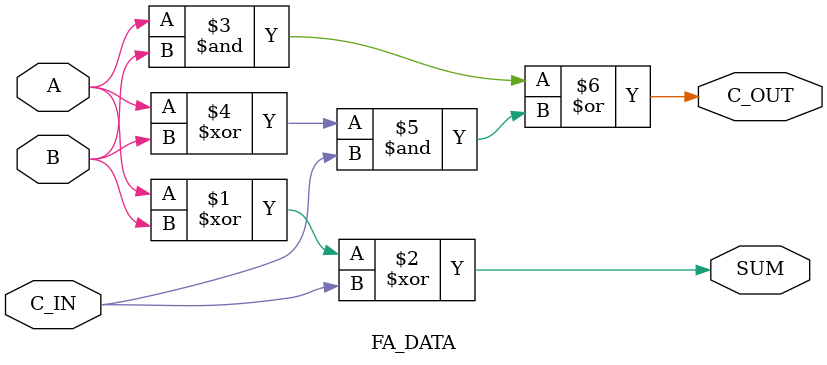
<source format=v>


module FA_DATA(input A,B,C_IN,
                output SUM,C_OUT);

    assign SUM = A ^ B ^ C_IN ; //top primitive gates
    assign C_OUT = (A & B) | ((A ^ B ) & C_IN);

endmodule


</source>
